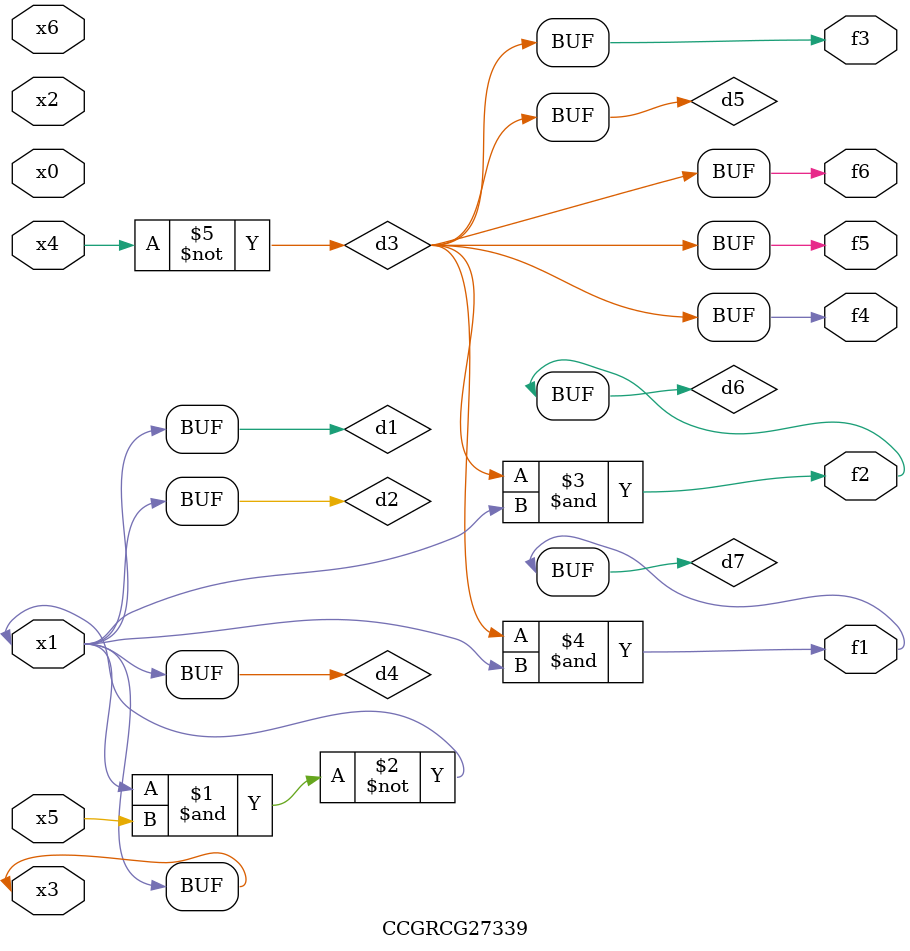
<source format=v>
module CCGRCG27339(
	input x0, x1, x2, x3, x4, x5, x6,
	output f1, f2, f3, f4, f5, f6
);

	wire d1, d2, d3, d4, d5, d6, d7;

	buf (d1, x1, x3);
	nand (d2, x1, x5);
	not (d3, x4);
	buf (d4, d1, d2);
	buf (d5, d3);
	and (d6, d3, d4);
	and (d7, d3, d4);
	assign f1 = d7;
	assign f2 = d6;
	assign f3 = d5;
	assign f4 = d5;
	assign f5 = d5;
	assign f6 = d5;
endmodule

</source>
